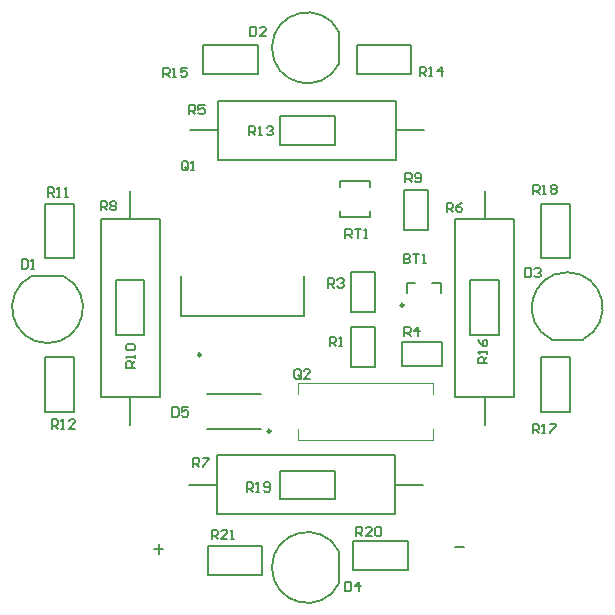
<source format=gto>
G04*
G04 #@! TF.GenerationSoftware,Altium Limited,Altium Designer,20.0.2 (26)*
G04*
G04 Layer_Color=65535*
%FSLAX44Y44*%
%MOMM*%
G71*
G01*
G75*
%ADD10C,0.2500*%
%ADD11C,0.2000*%
%ADD12C,0.1000*%
%ADD13C,0.1500*%
D10*
X-31250Y-104500D02*
G03*
X-31250Y-104500I-1250J0D01*
G01*
X-90150Y-40000D02*
G03*
X-90150Y-40000I-1250J0D01*
G01*
X81500Y2000D02*
G03*
X81500Y2000I-1250J0D01*
G01*
D11*
X26833Y-206584D02*
G03*
X26833Y-233416I-26833J-13416D01*
G01*
X233416Y-26833D02*
G03*
X206584Y-26833I-13416J26833D01*
G01*
X26833Y233416D02*
G03*
X26833Y206584I-26833J-13416D01*
G01*
X-233416Y26833D02*
G03*
X-206584Y26833I13416J-26833D01*
G01*
X-85000Y-73000D02*
X-39000D01*
X-85000Y-103000D02*
X-39000D01*
X82000Y100000D02*
X102000D01*
Y66000D02*
Y100000D01*
X82000Y66000D02*
X102000D01*
X82000D02*
Y100000D01*
X-107000Y-7500D02*
Y26500D01*
Y-7500D02*
X-3000D01*
Y26500D01*
X28000Y102000D02*
Y107000D01*
X53000D01*
Y77000D02*
Y82000D01*
X28000Y77000D02*
X53000D01*
X28000D02*
Y82000D01*
X53000Y102000D02*
Y107000D01*
X-175000Y-75250D02*
X-150000D01*
X-175000D02*
Y75250D01*
X-125000D01*
Y-75250D02*
Y75250D01*
X-150000Y-75250D02*
X-125000D01*
X-150000Y75250D02*
Y99000D01*
Y-99000D02*
Y-75250D01*
X74250Y-150000D02*
X98000D01*
X-100000D02*
X-76250D01*
X74250D02*
Y-125000D01*
X-76250D02*
X74250D01*
X-76250Y-175000D02*
Y-125000D01*
Y-175000D02*
X74250D01*
Y-150000D01*
X125000Y-75250D02*
X150000D01*
X125000D02*
Y75250D01*
X175000D01*
Y-75250D02*
Y75250D01*
X150000Y-75250D02*
X175000D01*
X150000Y75250D02*
Y99000D01*
Y-99000D02*
Y-75250D01*
X75250Y150000D02*
X99000D01*
X-99000D02*
X-75250D01*
X75250D02*
Y175000D01*
X-75250D02*
X75250D01*
X-75250Y125000D02*
Y175000D01*
Y125000D02*
X75250D01*
Y150000D01*
X80000Y-49000D02*
Y-29000D01*
X114000D01*
Y-49000D02*
Y-29000D01*
X80000Y-49000D02*
X114000D01*
X37000Y30000D02*
X57000D01*
Y-4000D02*
Y30000D01*
X37000Y-4000D02*
X57000D01*
X37000D02*
Y30000D01*
Y-16000D02*
X57000D01*
Y-50000D02*
Y-16000D01*
X37000Y-50000D02*
X57000D01*
X37000D02*
Y-16000D01*
X27000Y-233000D02*
Y-207000D01*
X207000Y-27000D02*
X233000D01*
X27000Y207000D02*
Y233000D01*
X-233000Y27000D02*
X-207000D01*
X105750Y21000D02*
X113000D01*
Y12000D02*
Y21000D01*
X84000D02*
X91250D01*
X84000Y12000D02*
Y21000D01*
X-162000Y-23000D02*
Y23000D01*
X-138000D01*
Y-23000D02*
Y23000D01*
X-162000Y-23000D02*
X-138000D01*
X-222000Y42000D02*
X-198000D01*
Y88000D01*
X-222000D02*
X-198000D01*
X-222000Y42000D02*
Y88000D01*
X-198000Y-88000D02*
Y-42000D01*
X-222000Y-88000D02*
X-198000D01*
X-222000D02*
Y-42000D01*
X-198000D01*
X-23000Y138000D02*
Y162000D01*
Y138000D02*
X23000D01*
Y162000D01*
X-23000D02*
X23000D01*
X42000Y222000D02*
X88000D01*
Y198000D02*
Y222000D01*
X42000Y198000D02*
X88000D01*
X42000D02*
Y222000D01*
X-42000Y198000D02*
Y222000D01*
X-88000D02*
X-42000D01*
X-88000Y198000D02*
Y222000D01*
Y198000D02*
X-42000D01*
X162000Y-23000D02*
Y23000D01*
X138000Y-23000D02*
X162000D01*
X138000D02*
Y23000D01*
X162000D01*
X198000Y-42000D02*
X222000D01*
X198000Y-88000D02*
Y-42000D01*
Y-88000D02*
X222000D01*
Y-42000D01*
X198000Y42000D02*
Y88000D01*
X222000D01*
Y42000D02*
Y88000D01*
X198000Y42000D02*
X222000D01*
X-23000Y-162000D02*
Y-138000D01*
Y-162000D02*
X23000D01*
Y-138000D01*
X-23000D02*
X23000D01*
X39000Y-198000D02*
X85000D01*
Y-222000D02*
Y-198000D01*
X39000Y-222000D02*
X85000D01*
X39000D02*
Y-198000D01*
X-38000Y-226000D02*
Y-202000D01*
X-84000D02*
X-38000D01*
X-84000Y-226000D02*
Y-202000D01*
Y-226000D02*
X-38000D01*
X-130000Y-204502D02*
X-122003D01*
X-126001Y-200503D02*
Y-208501D01*
X125000Y-202502D02*
X132997D01*
D12*
X-8000Y-112000D02*
X106000D01*
X-8000Y-64000D02*
X106000D01*
X-8000Y-112000D02*
Y-103000D01*
Y-73000D02*
Y-64000D01*
X106000Y-112000D02*
Y-103000D01*
X106000Y-103000D02*
X106000Y-103000D01*
Y-73000D02*
Y-64000D01*
X106000Y-73000D02*
X106000Y-73000D01*
D13*
X83000Y106000D02*
Y113997D01*
X86999D01*
X88332Y112664D01*
Y109999D01*
X86999Y108666D01*
X83000D01*
X85666D02*
X88332Y106000D01*
X90997Y107333D02*
X92330Y106000D01*
X94996D01*
X96329Y107333D01*
Y112664D01*
X94996Y113997D01*
X92330D01*
X90997Y112664D01*
Y111332D01*
X92330Y109999D01*
X96329D01*
X-101080Y117547D02*
Y122879D01*
X-102413Y124211D01*
X-105079D01*
X-106412Y122879D01*
Y117547D01*
X-105079Y116214D01*
X-102413D01*
X-103746Y118880D02*
X-101080Y116214D01*
X-102413D02*
X-101080Y117547D01*
X-98415Y116214D02*
X-95749D01*
X-97082D01*
Y124211D01*
X-98415Y122879D01*
X32250Y58750D02*
Y66747D01*
X36249D01*
X37582Y65415D01*
Y62749D01*
X36249Y61416D01*
X32250D01*
X34916D02*
X37582Y58750D01*
X40247Y66747D02*
X45579D01*
X42913D01*
Y58750D01*
X48245D02*
X50911D01*
X49578D01*
Y66747D01*
X48245Y65415D01*
X-175000Y82250D02*
Y90247D01*
X-171001D01*
X-169668Y88914D01*
Y86249D01*
X-171001Y84916D01*
X-175000D01*
X-172334D02*
X-169668Y82250D01*
X-167003Y88914D02*
X-165670Y90247D01*
X-163004D01*
X-161671Y88914D01*
Y87582D01*
X-163004Y86249D01*
X-161671Y84916D01*
Y83583D01*
X-163004Y82250D01*
X-165670D01*
X-167003Y83583D01*
Y84916D01*
X-165670Y86249D01*
X-167003Y87582D01*
Y88914D01*
X-165670Y86249D02*
X-163004D01*
X-96750Y-135000D02*
Y-127003D01*
X-92751D01*
X-91418Y-128336D01*
Y-131001D01*
X-92751Y-132334D01*
X-96750D01*
X-94084D02*
X-91418Y-135000D01*
X-88753Y-127003D02*
X-83421D01*
Y-128336D01*
X-88753Y-133667D01*
Y-135000D01*
X118000Y81000D02*
Y88997D01*
X121999D01*
X123332Y87664D01*
Y84999D01*
X121999Y83666D01*
X118000D01*
X120666D02*
X123332Y81000D01*
X131329Y88997D02*
X128663Y87664D01*
X125997Y84999D01*
Y82333D01*
X127330Y81000D01*
X129996D01*
X131329Y82333D01*
Y83666D01*
X129996Y84999D01*
X125997D01*
X-100250Y163750D02*
Y171747D01*
X-96251D01*
X-94918Y170415D01*
Y167749D01*
X-96251Y166416D01*
X-100250D01*
X-97584D02*
X-94918Y163750D01*
X-86921Y171747D02*
X-92253D01*
Y167749D01*
X-89587Y169082D01*
X-88254D01*
X-86921Y167749D01*
Y165083D01*
X-88254Y163750D01*
X-90920D01*
X-92253Y165083D01*
X82000Y-24000D02*
Y-16003D01*
X85999D01*
X87332Y-17335D01*
Y-20001D01*
X85999Y-21334D01*
X82000D01*
X84666D02*
X87332Y-24000D01*
X93996D02*
Y-16003D01*
X89997Y-20001D01*
X95329D01*
X17500Y17000D02*
Y24997D01*
X21499D01*
X22832Y23665D01*
Y20999D01*
X21499Y19666D01*
X17500D01*
X20166D02*
X22832Y17000D01*
X25497Y23665D02*
X26830Y24997D01*
X29496D01*
X30829Y23665D01*
Y22332D01*
X29496Y20999D01*
X28163D01*
X29496D01*
X30829Y19666D01*
Y18333D01*
X29496Y17000D01*
X26830D01*
X25497Y18333D01*
X18750Y-32500D02*
Y-24503D01*
X22749D01*
X24082Y-25835D01*
Y-28501D01*
X22749Y-29834D01*
X18750D01*
X21416D02*
X24082Y-32500D01*
X26747D02*
X29413D01*
X28080D01*
Y-24503D01*
X26747Y-25835D01*
X-5668Y-58667D02*
Y-53335D01*
X-7001Y-52003D01*
X-9667D01*
X-11000Y-53335D01*
Y-58667D01*
X-9667Y-60000D01*
X-7001D01*
X-8334Y-57334D02*
X-5668Y-60000D01*
X-7001D02*
X-5668Y-58667D01*
X2329Y-60000D02*
X-3003D01*
X2329Y-54668D01*
Y-53335D01*
X996Y-52003D01*
X-1670D01*
X-3003Y-53335D01*
X32000Y-232003D02*
Y-240000D01*
X35999D01*
X37332Y-238667D01*
Y-233335D01*
X35999Y-232003D01*
X32000D01*
X43996Y-240000D02*
Y-232003D01*
X39997Y-236001D01*
X45329D01*
X184250Y33747D02*
Y25750D01*
X188249D01*
X189582Y27083D01*
Y32415D01*
X188249Y33747D01*
X184250D01*
X192247Y32415D02*
X193580Y33747D01*
X196246D01*
X197579Y32415D01*
Y31082D01*
X196246Y29749D01*
X194913D01*
X196246D01*
X197579Y28416D01*
Y27083D01*
X196246Y25750D01*
X193580D01*
X192247Y27083D01*
X-48500Y237997D02*
Y230000D01*
X-44501D01*
X-43168Y231333D01*
Y236665D01*
X-44501Y237997D01*
X-48500D01*
X-35171Y230000D02*
X-40503D01*
X-35171Y235332D01*
Y236665D01*
X-36504Y237997D01*
X-39170D01*
X-40503Y236665D01*
X-242000Y40997D02*
Y33000D01*
X-238001D01*
X-236668Y34333D01*
Y39664D01*
X-238001Y40997D01*
X-242000D01*
X-234003Y33000D02*
X-231337D01*
X-232670D01*
Y40997D01*
X-234003Y39664D01*
X81500Y45497D02*
Y37500D01*
X85499D01*
X86832Y38833D01*
Y40166D01*
X85499Y41499D01*
X81500D01*
X85499D01*
X86832Y42832D01*
Y44165D01*
X85499Y45497D01*
X81500D01*
X89497D02*
X94829D01*
X92163D01*
Y37500D01*
X97495D02*
X100161D01*
X98828D01*
Y45497D01*
X97495Y44165D01*
X-145750Y-50750D02*
X-153747D01*
Y-46751D01*
X-152415Y-45418D01*
X-149749D01*
X-148416Y-46751D01*
Y-50750D01*
Y-48084D02*
X-145750Y-45418D01*
Y-42753D02*
Y-40087D01*
Y-41420D01*
X-153747D01*
X-152415Y-42753D01*
Y-36088D02*
X-153747Y-34755D01*
Y-32089D01*
X-152415Y-30756D01*
X-147083D01*
X-145750Y-32089D01*
Y-34755D01*
X-147083Y-36088D01*
X-152415D01*
X-220000Y94000D02*
Y101997D01*
X-216001D01*
X-214668Y100665D01*
Y97999D01*
X-216001Y96666D01*
X-220000D01*
X-217334D02*
X-214668Y94000D01*
X-212003D02*
X-209337D01*
X-210670D01*
Y101997D01*
X-212003Y100665D01*
X-205338Y94000D02*
X-202672D01*
X-204005D01*
Y101997D01*
X-205338Y100665D01*
X-216500Y-102500D02*
Y-94503D01*
X-212501D01*
X-211168Y-95836D01*
Y-98501D01*
X-212501Y-99834D01*
X-216500D01*
X-213834D02*
X-211168Y-102500D01*
X-208503D02*
X-205837D01*
X-207170D01*
Y-94503D01*
X-208503Y-95836D01*
X-196506Y-102500D02*
X-201838D01*
X-196506Y-97168D01*
Y-95836D01*
X-197839Y-94503D01*
X-200505D01*
X-201838Y-95836D01*
X-49250Y145750D02*
Y153747D01*
X-45251D01*
X-43918Y152415D01*
Y149749D01*
X-45251Y148416D01*
X-49250D01*
X-46584D02*
X-43918Y145750D01*
X-41253D02*
X-38587D01*
X-39920D01*
Y153747D01*
X-41253Y152415D01*
X-34588D02*
X-33255Y153747D01*
X-30589D01*
X-29256Y152415D01*
Y151082D01*
X-30589Y149749D01*
X-31922D01*
X-30589D01*
X-29256Y148416D01*
Y147083D01*
X-30589Y145750D01*
X-33255D01*
X-34588Y147083D01*
X95000Y196000D02*
Y203997D01*
X98999D01*
X100332Y202665D01*
Y199999D01*
X98999Y198666D01*
X95000D01*
X97666D02*
X100332Y196000D01*
X102997D02*
X105663D01*
X104330D01*
Y203997D01*
X102997Y202665D01*
X113661Y196000D02*
Y203997D01*
X109662Y199999D01*
X114993D01*
X-122000Y195250D02*
Y203247D01*
X-118001D01*
X-116668Y201915D01*
Y199249D01*
X-118001Y197916D01*
X-122000D01*
X-119334D02*
X-116668Y195250D01*
X-114003D02*
X-111337D01*
X-112670D01*
Y203247D01*
X-114003Y201915D01*
X-102007Y203247D02*
X-107338D01*
Y199249D01*
X-104672Y200582D01*
X-103339D01*
X-102007Y199249D01*
Y196583D01*
X-103339Y195250D01*
X-106005D01*
X-107338Y196583D01*
X152500Y-47250D02*
X144503D01*
Y-43251D01*
X145836Y-41918D01*
X148501D01*
X149834Y-43251D01*
Y-47250D01*
Y-44584D02*
X152500Y-41918D01*
Y-39253D02*
Y-36587D01*
Y-37920D01*
X144503D01*
X145836Y-39253D01*
X144503Y-27256D02*
X145836Y-29922D01*
X148501Y-32588D01*
X151167D01*
X152500Y-31255D01*
Y-28589D01*
X151167Y-27256D01*
X149834D01*
X148501Y-28589D01*
Y-32588D01*
X190750Y-106500D02*
Y-98503D01*
X194749D01*
X196082Y-99836D01*
Y-102501D01*
X194749Y-103834D01*
X190750D01*
X193416D02*
X196082Y-106500D01*
X198747D02*
X201413D01*
X200080D01*
Y-98503D01*
X198747Y-99836D01*
X205412Y-98503D02*
X210744D01*
Y-99836D01*
X205412Y-105167D01*
Y-106500D01*
X191250Y96250D02*
Y104247D01*
X195249D01*
X196582Y102914D01*
Y100249D01*
X195249Y98916D01*
X191250D01*
X193916D02*
X196582Y96250D01*
X199247D02*
X201913D01*
X200580D01*
Y104247D01*
X199247Y102914D01*
X205912D02*
X207245Y104247D01*
X209911D01*
X211244Y102914D01*
Y101582D01*
X209911Y100249D01*
X211244Y98916D01*
Y97583D01*
X209911Y96250D01*
X207245D01*
X205912Y97583D01*
Y98916D01*
X207245Y100249D01*
X205912Y101582D01*
Y102914D01*
X207245Y100249D02*
X209911D01*
X-51500Y-156000D02*
Y-148003D01*
X-47501D01*
X-46168Y-149335D01*
Y-152001D01*
X-47501Y-153334D01*
X-51500D01*
X-48834D02*
X-46168Y-156000D01*
X-43503D02*
X-40837D01*
X-42170D01*
Y-148003D01*
X-43503Y-149335D01*
X-36838Y-154667D02*
X-35505Y-156000D01*
X-32839D01*
X-31506Y-154667D01*
Y-149335D01*
X-32839Y-148003D01*
X-35505D01*
X-36838Y-149335D01*
Y-150668D01*
X-35505Y-152001D01*
X-31506D01*
X41250Y-193500D02*
Y-185503D01*
X45249D01*
X46582Y-186835D01*
Y-189501D01*
X45249Y-190834D01*
X41250D01*
X43916D02*
X46582Y-193500D01*
X54579D02*
X49247D01*
X54579Y-188168D01*
Y-186835D01*
X53246Y-185503D01*
X50580D01*
X49247Y-186835D01*
X57245D02*
X58578Y-185503D01*
X61244D01*
X62576Y-186835D01*
Y-192167D01*
X61244Y-193500D01*
X58578D01*
X57245Y-192167D01*
Y-186835D01*
X-81000Y-196000D02*
Y-188003D01*
X-77001D01*
X-75668Y-189335D01*
Y-192001D01*
X-77001Y-193334D01*
X-81000D01*
X-78334D02*
X-75668Y-196000D01*
X-67671D02*
X-73003D01*
X-67671Y-190668D01*
Y-189335D01*
X-69004Y-188003D01*
X-71670D01*
X-73003Y-189335D01*
X-65005Y-196000D02*
X-62339D01*
X-63672D01*
Y-188003D01*
X-65005Y-189335D01*
X-114250Y-84253D02*
Y-92250D01*
X-110251D01*
X-108918Y-90917D01*
Y-85585D01*
X-110251Y-84253D01*
X-114250D01*
X-100921D02*
X-106253D01*
Y-88251D01*
X-103587Y-86918D01*
X-102254D01*
X-100921Y-88251D01*
Y-90917D01*
X-102254Y-92250D01*
X-104920D01*
X-106253Y-90917D01*
M02*

</source>
